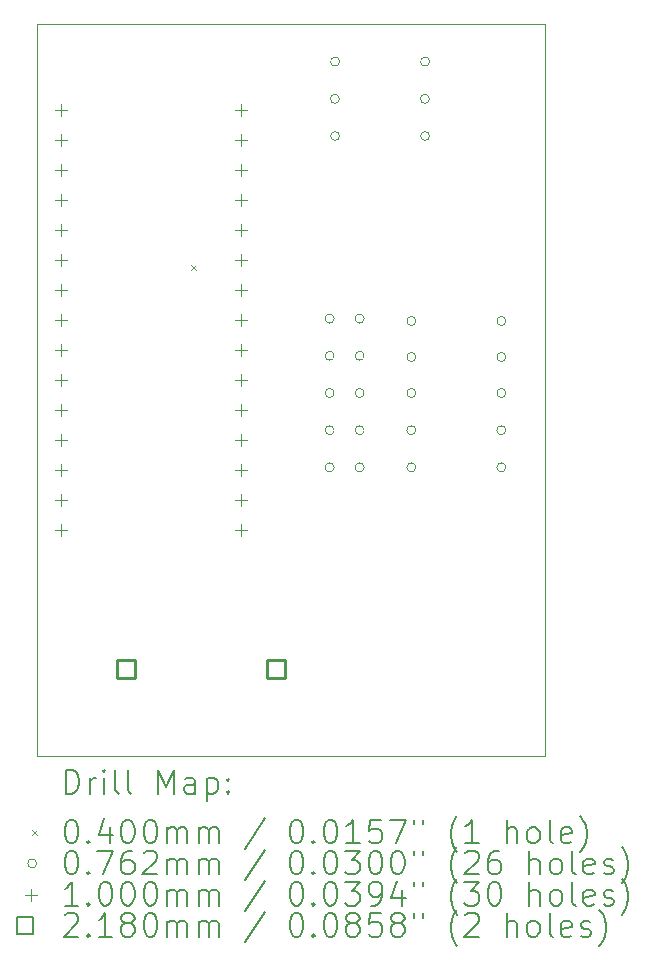
<source format=gbr>
%TF.GenerationSoftware,KiCad,Pcbnew,7.0.2-0*%
%TF.CreationDate,2024-09-16T14:38:38-04:00*%
%TF.ProjectId,ArduinoSolderChallenge,41726475-696e-46f5-936f-6c6465724368,rev?*%
%TF.SameCoordinates,Original*%
%TF.FileFunction,Drillmap*%
%TF.FilePolarity,Positive*%
%FSLAX45Y45*%
G04 Gerber Fmt 4.5, Leading zero omitted, Abs format (unit mm)*
G04 Created by KiCad (PCBNEW 7.0.2-0) date 2024-09-16 14:38:38*
%MOMM*%
%LPD*%
G01*
G04 APERTURE LIST*
%ADD10C,0.100000*%
%ADD11C,0.200000*%
%ADD12C,0.040000*%
%ADD13C,0.076200*%
%ADD14C,0.218000*%
G04 APERTURE END LIST*
D10*
X4205000Y-1910000D02*
X8505000Y-1910000D01*
X8505000Y-8110000D01*
X4205000Y-8110000D01*
X4205000Y-1910000D01*
D11*
D12*
X5510000Y-3955000D02*
X5550000Y-3995000D01*
X5550000Y-3955000D02*
X5510000Y-3995000D01*
D13*
X6718100Y-4406000D02*
G75*
G03*
X6718100Y-4406000I-38100J0D01*
G01*
X6718100Y-4721000D02*
G75*
G03*
X6718100Y-4721000I-38100J0D01*
G01*
X6718100Y-5036000D02*
G75*
G03*
X6718100Y-5036000I-38100J0D01*
G01*
X6718100Y-5351000D02*
G75*
G03*
X6718100Y-5351000I-38100J0D01*
G01*
X6718100Y-5666000D02*
G75*
G03*
X6718100Y-5666000I-38100J0D01*
G01*
X6762100Y-2545000D02*
G75*
G03*
X6762100Y-2545000I-38100J0D01*
G01*
X6764100Y-2230000D02*
G75*
G03*
X6764100Y-2230000I-38100J0D01*
G01*
X6764100Y-2860000D02*
G75*
G03*
X6764100Y-2860000I-38100J0D01*
G01*
X6972100Y-4406000D02*
G75*
G03*
X6972100Y-4406000I-38100J0D01*
G01*
X6972100Y-4721000D02*
G75*
G03*
X6972100Y-4721000I-38100J0D01*
G01*
X6972100Y-5036000D02*
G75*
G03*
X6972100Y-5036000I-38100J0D01*
G01*
X6972100Y-5351000D02*
G75*
G03*
X6972100Y-5351000I-38100J0D01*
G01*
X6972100Y-5666000D02*
G75*
G03*
X6972100Y-5666000I-38100J0D01*
G01*
X7410100Y-4426000D02*
G75*
G03*
X7410100Y-4426000I-38100J0D01*
G01*
X7410100Y-4731000D02*
G75*
G03*
X7410100Y-4731000I-38100J0D01*
G01*
X7410100Y-5036000D02*
G75*
G03*
X7410100Y-5036000I-38100J0D01*
G01*
X7410100Y-5351000D02*
G75*
G03*
X7410100Y-5351000I-38100J0D01*
G01*
X7410100Y-5666000D02*
G75*
G03*
X7410100Y-5666000I-38100J0D01*
G01*
X7524100Y-2545000D02*
G75*
G03*
X7524100Y-2545000I-38100J0D01*
G01*
X7526100Y-2230000D02*
G75*
G03*
X7526100Y-2230000I-38100J0D01*
G01*
X7526100Y-2860000D02*
G75*
G03*
X7526100Y-2860000I-38100J0D01*
G01*
X8172100Y-4426000D02*
G75*
G03*
X8172100Y-4426000I-38100J0D01*
G01*
X8172100Y-4731000D02*
G75*
G03*
X8172100Y-4731000I-38100J0D01*
G01*
X8172100Y-5036000D02*
G75*
G03*
X8172100Y-5036000I-38100J0D01*
G01*
X8172100Y-5351000D02*
G75*
G03*
X8172100Y-5351000I-38100J0D01*
G01*
X8172100Y-5666000D02*
G75*
G03*
X8172100Y-5666000I-38100J0D01*
G01*
D10*
X4406000Y-2593000D02*
X4406000Y-2693000D01*
X4356000Y-2643000D02*
X4456000Y-2643000D01*
X4406000Y-2847000D02*
X4406000Y-2947000D01*
X4356000Y-2897000D02*
X4456000Y-2897000D01*
X4406000Y-3101000D02*
X4406000Y-3201000D01*
X4356000Y-3151000D02*
X4456000Y-3151000D01*
X4406000Y-3355000D02*
X4406000Y-3455000D01*
X4356000Y-3405000D02*
X4456000Y-3405000D01*
X4406000Y-3609000D02*
X4406000Y-3709000D01*
X4356000Y-3659000D02*
X4456000Y-3659000D01*
X4406000Y-3863000D02*
X4406000Y-3963000D01*
X4356000Y-3913000D02*
X4456000Y-3913000D01*
X4406000Y-4117000D02*
X4406000Y-4217000D01*
X4356000Y-4167000D02*
X4456000Y-4167000D01*
X4406000Y-4371000D02*
X4406000Y-4471000D01*
X4356000Y-4421000D02*
X4456000Y-4421000D01*
X4406000Y-4625000D02*
X4406000Y-4725000D01*
X4356000Y-4675000D02*
X4456000Y-4675000D01*
X4406000Y-4879000D02*
X4406000Y-4979000D01*
X4356000Y-4929000D02*
X4456000Y-4929000D01*
X4406000Y-5133000D02*
X4406000Y-5233000D01*
X4356000Y-5183000D02*
X4456000Y-5183000D01*
X4406000Y-5387000D02*
X4406000Y-5487000D01*
X4356000Y-5437000D02*
X4456000Y-5437000D01*
X4406000Y-5641000D02*
X4406000Y-5741000D01*
X4356000Y-5691000D02*
X4456000Y-5691000D01*
X4406000Y-5895000D02*
X4406000Y-5995000D01*
X4356000Y-5945000D02*
X4456000Y-5945000D01*
X4406000Y-6149000D02*
X4406000Y-6249000D01*
X4356000Y-6199000D02*
X4456000Y-6199000D01*
X5930000Y-2593000D02*
X5930000Y-2693000D01*
X5880000Y-2643000D02*
X5980000Y-2643000D01*
X5930000Y-2847000D02*
X5930000Y-2947000D01*
X5880000Y-2897000D02*
X5980000Y-2897000D01*
X5930000Y-3101000D02*
X5930000Y-3201000D01*
X5880000Y-3151000D02*
X5980000Y-3151000D01*
X5930000Y-3355000D02*
X5930000Y-3455000D01*
X5880000Y-3405000D02*
X5980000Y-3405000D01*
X5930000Y-3609000D02*
X5930000Y-3709000D01*
X5880000Y-3659000D02*
X5980000Y-3659000D01*
X5930000Y-3863000D02*
X5930000Y-3963000D01*
X5880000Y-3913000D02*
X5980000Y-3913000D01*
X5930000Y-4117000D02*
X5930000Y-4217000D01*
X5880000Y-4167000D02*
X5980000Y-4167000D01*
X5930000Y-4371000D02*
X5930000Y-4471000D01*
X5880000Y-4421000D02*
X5980000Y-4421000D01*
X5930000Y-4625000D02*
X5930000Y-4725000D01*
X5880000Y-4675000D02*
X5980000Y-4675000D01*
X5930000Y-4879000D02*
X5930000Y-4979000D01*
X5880000Y-4929000D02*
X5980000Y-4929000D01*
X5930000Y-5133000D02*
X5930000Y-5233000D01*
X5880000Y-5183000D02*
X5980000Y-5183000D01*
X5930000Y-5387000D02*
X5930000Y-5487000D01*
X5880000Y-5437000D02*
X5980000Y-5437000D01*
X5930000Y-5641000D02*
X5930000Y-5741000D01*
X5880000Y-5691000D02*
X5980000Y-5691000D01*
X5930000Y-5895000D02*
X5930000Y-5995000D01*
X5880000Y-5945000D02*
X5980000Y-5945000D01*
X5930000Y-6149000D02*
X5930000Y-6249000D01*
X5880000Y-6199000D02*
X5980000Y-6199000D01*
D14*
X5032075Y-7452075D02*
X5032075Y-7297925D01*
X4877925Y-7297925D01*
X4877925Y-7452075D01*
X5032075Y-7452075D01*
X6302075Y-7452075D02*
X6302075Y-7297925D01*
X6147925Y-7297925D01*
X6147925Y-7452075D01*
X6302075Y-7452075D01*
D11*
X4447619Y-8427524D02*
X4447619Y-8227524D01*
X4447619Y-8227524D02*
X4495238Y-8227524D01*
X4495238Y-8227524D02*
X4523810Y-8237048D01*
X4523810Y-8237048D02*
X4542857Y-8256095D01*
X4542857Y-8256095D02*
X4552381Y-8275143D01*
X4552381Y-8275143D02*
X4561905Y-8313238D01*
X4561905Y-8313238D02*
X4561905Y-8341809D01*
X4561905Y-8341809D02*
X4552381Y-8379905D01*
X4552381Y-8379905D02*
X4542857Y-8398952D01*
X4542857Y-8398952D02*
X4523810Y-8418000D01*
X4523810Y-8418000D02*
X4495238Y-8427524D01*
X4495238Y-8427524D02*
X4447619Y-8427524D01*
X4647619Y-8427524D02*
X4647619Y-8294190D01*
X4647619Y-8332286D02*
X4657143Y-8313238D01*
X4657143Y-8313238D02*
X4666667Y-8303714D01*
X4666667Y-8303714D02*
X4685714Y-8294190D01*
X4685714Y-8294190D02*
X4704762Y-8294190D01*
X4771429Y-8427524D02*
X4771429Y-8294190D01*
X4771429Y-8227524D02*
X4761905Y-8237048D01*
X4761905Y-8237048D02*
X4771429Y-8246571D01*
X4771429Y-8246571D02*
X4780952Y-8237048D01*
X4780952Y-8237048D02*
X4771429Y-8227524D01*
X4771429Y-8227524D02*
X4771429Y-8246571D01*
X4895238Y-8427524D02*
X4876190Y-8418000D01*
X4876190Y-8418000D02*
X4866667Y-8398952D01*
X4866667Y-8398952D02*
X4866667Y-8227524D01*
X5000000Y-8427524D02*
X4980952Y-8418000D01*
X4980952Y-8418000D02*
X4971429Y-8398952D01*
X4971429Y-8398952D02*
X4971429Y-8227524D01*
X5228571Y-8427524D02*
X5228571Y-8227524D01*
X5228571Y-8227524D02*
X5295238Y-8370381D01*
X5295238Y-8370381D02*
X5361905Y-8227524D01*
X5361905Y-8227524D02*
X5361905Y-8427524D01*
X5542857Y-8427524D02*
X5542857Y-8322762D01*
X5542857Y-8322762D02*
X5533333Y-8303714D01*
X5533333Y-8303714D02*
X5514286Y-8294190D01*
X5514286Y-8294190D02*
X5476190Y-8294190D01*
X5476190Y-8294190D02*
X5457143Y-8303714D01*
X5542857Y-8418000D02*
X5523810Y-8427524D01*
X5523810Y-8427524D02*
X5476190Y-8427524D01*
X5476190Y-8427524D02*
X5457143Y-8418000D01*
X5457143Y-8418000D02*
X5447619Y-8398952D01*
X5447619Y-8398952D02*
X5447619Y-8379905D01*
X5447619Y-8379905D02*
X5457143Y-8360857D01*
X5457143Y-8360857D02*
X5476190Y-8351333D01*
X5476190Y-8351333D02*
X5523810Y-8351333D01*
X5523810Y-8351333D02*
X5542857Y-8341809D01*
X5638095Y-8294190D02*
X5638095Y-8494190D01*
X5638095Y-8303714D02*
X5657143Y-8294190D01*
X5657143Y-8294190D02*
X5695238Y-8294190D01*
X5695238Y-8294190D02*
X5714286Y-8303714D01*
X5714286Y-8303714D02*
X5723809Y-8313238D01*
X5723809Y-8313238D02*
X5733333Y-8332286D01*
X5733333Y-8332286D02*
X5733333Y-8389429D01*
X5733333Y-8389429D02*
X5723809Y-8408476D01*
X5723809Y-8408476D02*
X5714286Y-8418000D01*
X5714286Y-8418000D02*
X5695238Y-8427524D01*
X5695238Y-8427524D02*
X5657143Y-8427524D01*
X5657143Y-8427524D02*
X5638095Y-8418000D01*
X5819048Y-8408476D02*
X5828571Y-8418000D01*
X5828571Y-8418000D02*
X5819048Y-8427524D01*
X5819048Y-8427524D02*
X5809524Y-8418000D01*
X5809524Y-8418000D02*
X5819048Y-8408476D01*
X5819048Y-8408476D02*
X5819048Y-8427524D01*
X5819048Y-8303714D02*
X5828571Y-8313238D01*
X5828571Y-8313238D02*
X5819048Y-8322762D01*
X5819048Y-8322762D02*
X5809524Y-8313238D01*
X5809524Y-8313238D02*
X5819048Y-8303714D01*
X5819048Y-8303714D02*
X5819048Y-8322762D01*
D12*
X4160000Y-8735000D02*
X4200000Y-8775000D01*
X4200000Y-8735000D02*
X4160000Y-8775000D01*
D11*
X4485714Y-8647524D02*
X4504762Y-8647524D01*
X4504762Y-8647524D02*
X4523810Y-8657048D01*
X4523810Y-8657048D02*
X4533333Y-8666571D01*
X4533333Y-8666571D02*
X4542857Y-8685619D01*
X4542857Y-8685619D02*
X4552381Y-8723714D01*
X4552381Y-8723714D02*
X4552381Y-8771333D01*
X4552381Y-8771333D02*
X4542857Y-8809429D01*
X4542857Y-8809429D02*
X4533333Y-8828476D01*
X4533333Y-8828476D02*
X4523810Y-8838000D01*
X4523810Y-8838000D02*
X4504762Y-8847524D01*
X4504762Y-8847524D02*
X4485714Y-8847524D01*
X4485714Y-8847524D02*
X4466667Y-8838000D01*
X4466667Y-8838000D02*
X4457143Y-8828476D01*
X4457143Y-8828476D02*
X4447619Y-8809429D01*
X4447619Y-8809429D02*
X4438095Y-8771333D01*
X4438095Y-8771333D02*
X4438095Y-8723714D01*
X4438095Y-8723714D02*
X4447619Y-8685619D01*
X4447619Y-8685619D02*
X4457143Y-8666571D01*
X4457143Y-8666571D02*
X4466667Y-8657048D01*
X4466667Y-8657048D02*
X4485714Y-8647524D01*
X4638095Y-8828476D02*
X4647619Y-8838000D01*
X4647619Y-8838000D02*
X4638095Y-8847524D01*
X4638095Y-8847524D02*
X4628571Y-8838000D01*
X4628571Y-8838000D02*
X4638095Y-8828476D01*
X4638095Y-8828476D02*
X4638095Y-8847524D01*
X4819048Y-8714190D02*
X4819048Y-8847524D01*
X4771429Y-8638000D02*
X4723810Y-8780857D01*
X4723810Y-8780857D02*
X4847619Y-8780857D01*
X4961905Y-8647524D02*
X4980952Y-8647524D01*
X4980952Y-8647524D02*
X5000000Y-8657048D01*
X5000000Y-8657048D02*
X5009524Y-8666571D01*
X5009524Y-8666571D02*
X5019048Y-8685619D01*
X5019048Y-8685619D02*
X5028571Y-8723714D01*
X5028571Y-8723714D02*
X5028571Y-8771333D01*
X5028571Y-8771333D02*
X5019048Y-8809429D01*
X5019048Y-8809429D02*
X5009524Y-8828476D01*
X5009524Y-8828476D02*
X5000000Y-8838000D01*
X5000000Y-8838000D02*
X4980952Y-8847524D01*
X4980952Y-8847524D02*
X4961905Y-8847524D01*
X4961905Y-8847524D02*
X4942857Y-8838000D01*
X4942857Y-8838000D02*
X4933333Y-8828476D01*
X4933333Y-8828476D02*
X4923810Y-8809429D01*
X4923810Y-8809429D02*
X4914286Y-8771333D01*
X4914286Y-8771333D02*
X4914286Y-8723714D01*
X4914286Y-8723714D02*
X4923810Y-8685619D01*
X4923810Y-8685619D02*
X4933333Y-8666571D01*
X4933333Y-8666571D02*
X4942857Y-8657048D01*
X4942857Y-8657048D02*
X4961905Y-8647524D01*
X5152381Y-8647524D02*
X5171429Y-8647524D01*
X5171429Y-8647524D02*
X5190476Y-8657048D01*
X5190476Y-8657048D02*
X5200000Y-8666571D01*
X5200000Y-8666571D02*
X5209524Y-8685619D01*
X5209524Y-8685619D02*
X5219048Y-8723714D01*
X5219048Y-8723714D02*
X5219048Y-8771333D01*
X5219048Y-8771333D02*
X5209524Y-8809429D01*
X5209524Y-8809429D02*
X5200000Y-8828476D01*
X5200000Y-8828476D02*
X5190476Y-8838000D01*
X5190476Y-8838000D02*
X5171429Y-8847524D01*
X5171429Y-8847524D02*
X5152381Y-8847524D01*
X5152381Y-8847524D02*
X5133333Y-8838000D01*
X5133333Y-8838000D02*
X5123810Y-8828476D01*
X5123810Y-8828476D02*
X5114286Y-8809429D01*
X5114286Y-8809429D02*
X5104762Y-8771333D01*
X5104762Y-8771333D02*
X5104762Y-8723714D01*
X5104762Y-8723714D02*
X5114286Y-8685619D01*
X5114286Y-8685619D02*
X5123810Y-8666571D01*
X5123810Y-8666571D02*
X5133333Y-8657048D01*
X5133333Y-8657048D02*
X5152381Y-8647524D01*
X5304762Y-8847524D02*
X5304762Y-8714190D01*
X5304762Y-8733238D02*
X5314286Y-8723714D01*
X5314286Y-8723714D02*
X5333333Y-8714190D01*
X5333333Y-8714190D02*
X5361905Y-8714190D01*
X5361905Y-8714190D02*
X5380952Y-8723714D01*
X5380952Y-8723714D02*
X5390476Y-8742762D01*
X5390476Y-8742762D02*
X5390476Y-8847524D01*
X5390476Y-8742762D02*
X5400000Y-8723714D01*
X5400000Y-8723714D02*
X5419048Y-8714190D01*
X5419048Y-8714190D02*
X5447619Y-8714190D01*
X5447619Y-8714190D02*
X5466667Y-8723714D01*
X5466667Y-8723714D02*
X5476191Y-8742762D01*
X5476191Y-8742762D02*
X5476191Y-8847524D01*
X5571429Y-8847524D02*
X5571429Y-8714190D01*
X5571429Y-8733238D02*
X5580952Y-8723714D01*
X5580952Y-8723714D02*
X5600000Y-8714190D01*
X5600000Y-8714190D02*
X5628571Y-8714190D01*
X5628571Y-8714190D02*
X5647619Y-8723714D01*
X5647619Y-8723714D02*
X5657143Y-8742762D01*
X5657143Y-8742762D02*
X5657143Y-8847524D01*
X5657143Y-8742762D02*
X5666667Y-8723714D01*
X5666667Y-8723714D02*
X5685714Y-8714190D01*
X5685714Y-8714190D02*
X5714286Y-8714190D01*
X5714286Y-8714190D02*
X5733333Y-8723714D01*
X5733333Y-8723714D02*
X5742857Y-8742762D01*
X5742857Y-8742762D02*
X5742857Y-8847524D01*
X6133333Y-8638000D02*
X5961905Y-8895143D01*
X6390476Y-8647524D02*
X6409524Y-8647524D01*
X6409524Y-8647524D02*
X6428572Y-8657048D01*
X6428572Y-8657048D02*
X6438095Y-8666571D01*
X6438095Y-8666571D02*
X6447619Y-8685619D01*
X6447619Y-8685619D02*
X6457143Y-8723714D01*
X6457143Y-8723714D02*
X6457143Y-8771333D01*
X6457143Y-8771333D02*
X6447619Y-8809429D01*
X6447619Y-8809429D02*
X6438095Y-8828476D01*
X6438095Y-8828476D02*
X6428572Y-8838000D01*
X6428572Y-8838000D02*
X6409524Y-8847524D01*
X6409524Y-8847524D02*
X6390476Y-8847524D01*
X6390476Y-8847524D02*
X6371429Y-8838000D01*
X6371429Y-8838000D02*
X6361905Y-8828476D01*
X6361905Y-8828476D02*
X6352381Y-8809429D01*
X6352381Y-8809429D02*
X6342857Y-8771333D01*
X6342857Y-8771333D02*
X6342857Y-8723714D01*
X6342857Y-8723714D02*
X6352381Y-8685619D01*
X6352381Y-8685619D02*
X6361905Y-8666571D01*
X6361905Y-8666571D02*
X6371429Y-8657048D01*
X6371429Y-8657048D02*
X6390476Y-8647524D01*
X6542857Y-8828476D02*
X6552381Y-8838000D01*
X6552381Y-8838000D02*
X6542857Y-8847524D01*
X6542857Y-8847524D02*
X6533333Y-8838000D01*
X6533333Y-8838000D02*
X6542857Y-8828476D01*
X6542857Y-8828476D02*
X6542857Y-8847524D01*
X6676191Y-8647524D02*
X6695238Y-8647524D01*
X6695238Y-8647524D02*
X6714286Y-8657048D01*
X6714286Y-8657048D02*
X6723810Y-8666571D01*
X6723810Y-8666571D02*
X6733333Y-8685619D01*
X6733333Y-8685619D02*
X6742857Y-8723714D01*
X6742857Y-8723714D02*
X6742857Y-8771333D01*
X6742857Y-8771333D02*
X6733333Y-8809429D01*
X6733333Y-8809429D02*
X6723810Y-8828476D01*
X6723810Y-8828476D02*
X6714286Y-8838000D01*
X6714286Y-8838000D02*
X6695238Y-8847524D01*
X6695238Y-8847524D02*
X6676191Y-8847524D01*
X6676191Y-8847524D02*
X6657143Y-8838000D01*
X6657143Y-8838000D02*
X6647619Y-8828476D01*
X6647619Y-8828476D02*
X6638095Y-8809429D01*
X6638095Y-8809429D02*
X6628572Y-8771333D01*
X6628572Y-8771333D02*
X6628572Y-8723714D01*
X6628572Y-8723714D02*
X6638095Y-8685619D01*
X6638095Y-8685619D02*
X6647619Y-8666571D01*
X6647619Y-8666571D02*
X6657143Y-8657048D01*
X6657143Y-8657048D02*
X6676191Y-8647524D01*
X6933333Y-8847524D02*
X6819048Y-8847524D01*
X6876191Y-8847524D02*
X6876191Y-8647524D01*
X6876191Y-8647524D02*
X6857143Y-8676095D01*
X6857143Y-8676095D02*
X6838095Y-8695143D01*
X6838095Y-8695143D02*
X6819048Y-8704667D01*
X7114286Y-8647524D02*
X7019048Y-8647524D01*
X7019048Y-8647524D02*
X7009524Y-8742762D01*
X7009524Y-8742762D02*
X7019048Y-8733238D01*
X7019048Y-8733238D02*
X7038095Y-8723714D01*
X7038095Y-8723714D02*
X7085714Y-8723714D01*
X7085714Y-8723714D02*
X7104762Y-8733238D01*
X7104762Y-8733238D02*
X7114286Y-8742762D01*
X7114286Y-8742762D02*
X7123810Y-8761810D01*
X7123810Y-8761810D02*
X7123810Y-8809429D01*
X7123810Y-8809429D02*
X7114286Y-8828476D01*
X7114286Y-8828476D02*
X7104762Y-8838000D01*
X7104762Y-8838000D02*
X7085714Y-8847524D01*
X7085714Y-8847524D02*
X7038095Y-8847524D01*
X7038095Y-8847524D02*
X7019048Y-8838000D01*
X7019048Y-8838000D02*
X7009524Y-8828476D01*
X7190476Y-8647524D02*
X7323810Y-8647524D01*
X7323810Y-8647524D02*
X7238095Y-8847524D01*
X7390476Y-8647524D02*
X7390476Y-8685619D01*
X7466667Y-8647524D02*
X7466667Y-8685619D01*
X7761905Y-8923714D02*
X7752381Y-8914190D01*
X7752381Y-8914190D02*
X7733334Y-8885619D01*
X7733334Y-8885619D02*
X7723810Y-8866571D01*
X7723810Y-8866571D02*
X7714286Y-8838000D01*
X7714286Y-8838000D02*
X7704762Y-8790381D01*
X7704762Y-8790381D02*
X7704762Y-8752286D01*
X7704762Y-8752286D02*
X7714286Y-8704667D01*
X7714286Y-8704667D02*
X7723810Y-8676095D01*
X7723810Y-8676095D02*
X7733334Y-8657048D01*
X7733334Y-8657048D02*
X7752381Y-8628476D01*
X7752381Y-8628476D02*
X7761905Y-8618952D01*
X7942857Y-8847524D02*
X7828572Y-8847524D01*
X7885714Y-8847524D02*
X7885714Y-8647524D01*
X7885714Y-8647524D02*
X7866667Y-8676095D01*
X7866667Y-8676095D02*
X7847619Y-8695143D01*
X7847619Y-8695143D02*
X7828572Y-8704667D01*
X8180953Y-8847524D02*
X8180953Y-8647524D01*
X8266667Y-8847524D02*
X8266667Y-8742762D01*
X8266667Y-8742762D02*
X8257143Y-8723714D01*
X8257143Y-8723714D02*
X8238096Y-8714190D01*
X8238096Y-8714190D02*
X8209524Y-8714190D01*
X8209524Y-8714190D02*
X8190476Y-8723714D01*
X8190476Y-8723714D02*
X8180953Y-8733238D01*
X8390477Y-8847524D02*
X8371429Y-8838000D01*
X8371429Y-8838000D02*
X8361905Y-8828476D01*
X8361905Y-8828476D02*
X8352381Y-8809429D01*
X8352381Y-8809429D02*
X8352381Y-8752286D01*
X8352381Y-8752286D02*
X8361905Y-8733238D01*
X8361905Y-8733238D02*
X8371429Y-8723714D01*
X8371429Y-8723714D02*
X8390477Y-8714190D01*
X8390477Y-8714190D02*
X8419048Y-8714190D01*
X8419048Y-8714190D02*
X8438096Y-8723714D01*
X8438096Y-8723714D02*
X8447619Y-8733238D01*
X8447619Y-8733238D02*
X8457143Y-8752286D01*
X8457143Y-8752286D02*
X8457143Y-8809429D01*
X8457143Y-8809429D02*
X8447619Y-8828476D01*
X8447619Y-8828476D02*
X8438096Y-8838000D01*
X8438096Y-8838000D02*
X8419048Y-8847524D01*
X8419048Y-8847524D02*
X8390477Y-8847524D01*
X8571429Y-8847524D02*
X8552381Y-8838000D01*
X8552381Y-8838000D02*
X8542858Y-8818952D01*
X8542858Y-8818952D02*
X8542858Y-8647524D01*
X8723810Y-8838000D02*
X8704762Y-8847524D01*
X8704762Y-8847524D02*
X8666667Y-8847524D01*
X8666667Y-8847524D02*
X8647619Y-8838000D01*
X8647619Y-8838000D02*
X8638096Y-8818952D01*
X8638096Y-8818952D02*
X8638096Y-8742762D01*
X8638096Y-8742762D02*
X8647619Y-8723714D01*
X8647619Y-8723714D02*
X8666667Y-8714190D01*
X8666667Y-8714190D02*
X8704762Y-8714190D01*
X8704762Y-8714190D02*
X8723810Y-8723714D01*
X8723810Y-8723714D02*
X8733334Y-8742762D01*
X8733334Y-8742762D02*
X8733334Y-8761810D01*
X8733334Y-8761810D02*
X8638096Y-8780857D01*
X8800000Y-8923714D02*
X8809524Y-8914190D01*
X8809524Y-8914190D02*
X8828572Y-8885619D01*
X8828572Y-8885619D02*
X8838096Y-8866571D01*
X8838096Y-8866571D02*
X8847619Y-8838000D01*
X8847619Y-8838000D02*
X8857143Y-8790381D01*
X8857143Y-8790381D02*
X8857143Y-8752286D01*
X8857143Y-8752286D02*
X8847619Y-8704667D01*
X8847619Y-8704667D02*
X8838096Y-8676095D01*
X8838096Y-8676095D02*
X8828572Y-8657048D01*
X8828572Y-8657048D02*
X8809524Y-8628476D01*
X8809524Y-8628476D02*
X8800000Y-8618952D01*
D13*
X4200000Y-9019000D02*
G75*
G03*
X4200000Y-9019000I-38100J0D01*
G01*
D11*
X4485714Y-8911524D02*
X4504762Y-8911524D01*
X4504762Y-8911524D02*
X4523810Y-8921048D01*
X4523810Y-8921048D02*
X4533333Y-8930571D01*
X4533333Y-8930571D02*
X4542857Y-8949619D01*
X4542857Y-8949619D02*
X4552381Y-8987714D01*
X4552381Y-8987714D02*
X4552381Y-9035333D01*
X4552381Y-9035333D02*
X4542857Y-9073429D01*
X4542857Y-9073429D02*
X4533333Y-9092476D01*
X4533333Y-9092476D02*
X4523810Y-9102000D01*
X4523810Y-9102000D02*
X4504762Y-9111524D01*
X4504762Y-9111524D02*
X4485714Y-9111524D01*
X4485714Y-9111524D02*
X4466667Y-9102000D01*
X4466667Y-9102000D02*
X4457143Y-9092476D01*
X4457143Y-9092476D02*
X4447619Y-9073429D01*
X4447619Y-9073429D02*
X4438095Y-9035333D01*
X4438095Y-9035333D02*
X4438095Y-8987714D01*
X4438095Y-8987714D02*
X4447619Y-8949619D01*
X4447619Y-8949619D02*
X4457143Y-8930571D01*
X4457143Y-8930571D02*
X4466667Y-8921048D01*
X4466667Y-8921048D02*
X4485714Y-8911524D01*
X4638095Y-9092476D02*
X4647619Y-9102000D01*
X4647619Y-9102000D02*
X4638095Y-9111524D01*
X4638095Y-9111524D02*
X4628571Y-9102000D01*
X4628571Y-9102000D02*
X4638095Y-9092476D01*
X4638095Y-9092476D02*
X4638095Y-9111524D01*
X4714286Y-8911524D02*
X4847619Y-8911524D01*
X4847619Y-8911524D02*
X4761905Y-9111524D01*
X5009524Y-8911524D02*
X4971429Y-8911524D01*
X4971429Y-8911524D02*
X4952381Y-8921048D01*
X4952381Y-8921048D02*
X4942857Y-8930571D01*
X4942857Y-8930571D02*
X4923810Y-8959143D01*
X4923810Y-8959143D02*
X4914286Y-8997238D01*
X4914286Y-8997238D02*
X4914286Y-9073429D01*
X4914286Y-9073429D02*
X4923810Y-9092476D01*
X4923810Y-9092476D02*
X4933333Y-9102000D01*
X4933333Y-9102000D02*
X4952381Y-9111524D01*
X4952381Y-9111524D02*
X4990476Y-9111524D01*
X4990476Y-9111524D02*
X5009524Y-9102000D01*
X5009524Y-9102000D02*
X5019048Y-9092476D01*
X5019048Y-9092476D02*
X5028571Y-9073429D01*
X5028571Y-9073429D02*
X5028571Y-9025810D01*
X5028571Y-9025810D02*
X5019048Y-9006762D01*
X5019048Y-9006762D02*
X5009524Y-8997238D01*
X5009524Y-8997238D02*
X4990476Y-8987714D01*
X4990476Y-8987714D02*
X4952381Y-8987714D01*
X4952381Y-8987714D02*
X4933333Y-8997238D01*
X4933333Y-8997238D02*
X4923810Y-9006762D01*
X4923810Y-9006762D02*
X4914286Y-9025810D01*
X5104762Y-8930571D02*
X5114286Y-8921048D01*
X5114286Y-8921048D02*
X5133333Y-8911524D01*
X5133333Y-8911524D02*
X5180952Y-8911524D01*
X5180952Y-8911524D02*
X5200000Y-8921048D01*
X5200000Y-8921048D02*
X5209524Y-8930571D01*
X5209524Y-8930571D02*
X5219048Y-8949619D01*
X5219048Y-8949619D02*
X5219048Y-8968667D01*
X5219048Y-8968667D02*
X5209524Y-8997238D01*
X5209524Y-8997238D02*
X5095238Y-9111524D01*
X5095238Y-9111524D02*
X5219048Y-9111524D01*
X5304762Y-9111524D02*
X5304762Y-8978190D01*
X5304762Y-8997238D02*
X5314286Y-8987714D01*
X5314286Y-8987714D02*
X5333333Y-8978190D01*
X5333333Y-8978190D02*
X5361905Y-8978190D01*
X5361905Y-8978190D02*
X5380952Y-8987714D01*
X5380952Y-8987714D02*
X5390476Y-9006762D01*
X5390476Y-9006762D02*
X5390476Y-9111524D01*
X5390476Y-9006762D02*
X5400000Y-8987714D01*
X5400000Y-8987714D02*
X5419048Y-8978190D01*
X5419048Y-8978190D02*
X5447619Y-8978190D01*
X5447619Y-8978190D02*
X5466667Y-8987714D01*
X5466667Y-8987714D02*
X5476191Y-9006762D01*
X5476191Y-9006762D02*
X5476191Y-9111524D01*
X5571429Y-9111524D02*
X5571429Y-8978190D01*
X5571429Y-8997238D02*
X5580952Y-8987714D01*
X5580952Y-8987714D02*
X5600000Y-8978190D01*
X5600000Y-8978190D02*
X5628571Y-8978190D01*
X5628571Y-8978190D02*
X5647619Y-8987714D01*
X5647619Y-8987714D02*
X5657143Y-9006762D01*
X5657143Y-9006762D02*
X5657143Y-9111524D01*
X5657143Y-9006762D02*
X5666667Y-8987714D01*
X5666667Y-8987714D02*
X5685714Y-8978190D01*
X5685714Y-8978190D02*
X5714286Y-8978190D01*
X5714286Y-8978190D02*
X5733333Y-8987714D01*
X5733333Y-8987714D02*
X5742857Y-9006762D01*
X5742857Y-9006762D02*
X5742857Y-9111524D01*
X6133333Y-8902000D02*
X5961905Y-9159143D01*
X6390476Y-8911524D02*
X6409524Y-8911524D01*
X6409524Y-8911524D02*
X6428572Y-8921048D01*
X6428572Y-8921048D02*
X6438095Y-8930571D01*
X6438095Y-8930571D02*
X6447619Y-8949619D01*
X6447619Y-8949619D02*
X6457143Y-8987714D01*
X6457143Y-8987714D02*
X6457143Y-9035333D01*
X6457143Y-9035333D02*
X6447619Y-9073429D01*
X6447619Y-9073429D02*
X6438095Y-9092476D01*
X6438095Y-9092476D02*
X6428572Y-9102000D01*
X6428572Y-9102000D02*
X6409524Y-9111524D01*
X6409524Y-9111524D02*
X6390476Y-9111524D01*
X6390476Y-9111524D02*
X6371429Y-9102000D01*
X6371429Y-9102000D02*
X6361905Y-9092476D01*
X6361905Y-9092476D02*
X6352381Y-9073429D01*
X6352381Y-9073429D02*
X6342857Y-9035333D01*
X6342857Y-9035333D02*
X6342857Y-8987714D01*
X6342857Y-8987714D02*
X6352381Y-8949619D01*
X6352381Y-8949619D02*
X6361905Y-8930571D01*
X6361905Y-8930571D02*
X6371429Y-8921048D01*
X6371429Y-8921048D02*
X6390476Y-8911524D01*
X6542857Y-9092476D02*
X6552381Y-9102000D01*
X6552381Y-9102000D02*
X6542857Y-9111524D01*
X6542857Y-9111524D02*
X6533333Y-9102000D01*
X6533333Y-9102000D02*
X6542857Y-9092476D01*
X6542857Y-9092476D02*
X6542857Y-9111524D01*
X6676191Y-8911524D02*
X6695238Y-8911524D01*
X6695238Y-8911524D02*
X6714286Y-8921048D01*
X6714286Y-8921048D02*
X6723810Y-8930571D01*
X6723810Y-8930571D02*
X6733333Y-8949619D01*
X6733333Y-8949619D02*
X6742857Y-8987714D01*
X6742857Y-8987714D02*
X6742857Y-9035333D01*
X6742857Y-9035333D02*
X6733333Y-9073429D01*
X6733333Y-9073429D02*
X6723810Y-9092476D01*
X6723810Y-9092476D02*
X6714286Y-9102000D01*
X6714286Y-9102000D02*
X6695238Y-9111524D01*
X6695238Y-9111524D02*
X6676191Y-9111524D01*
X6676191Y-9111524D02*
X6657143Y-9102000D01*
X6657143Y-9102000D02*
X6647619Y-9092476D01*
X6647619Y-9092476D02*
X6638095Y-9073429D01*
X6638095Y-9073429D02*
X6628572Y-9035333D01*
X6628572Y-9035333D02*
X6628572Y-8987714D01*
X6628572Y-8987714D02*
X6638095Y-8949619D01*
X6638095Y-8949619D02*
X6647619Y-8930571D01*
X6647619Y-8930571D02*
X6657143Y-8921048D01*
X6657143Y-8921048D02*
X6676191Y-8911524D01*
X6809524Y-8911524D02*
X6933333Y-8911524D01*
X6933333Y-8911524D02*
X6866667Y-8987714D01*
X6866667Y-8987714D02*
X6895238Y-8987714D01*
X6895238Y-8987714D02*
X6914286Y-8997238D01*
X6914286Y-8997238D02*
X6923810Y-9006762D01*
X6923810Y-9006762D02*
X6933333Y-9025810D01*
X6933333Y-9025810D02*
X6933333Y-9073429D01*
X6933333Y-9073429D02*
X6923810Y-9092476D01*
X6923810Y-9092476D02*
X6914286Y-9102000D01*
X6914286Y-9102000D02*
X6895238Y-9111524D01*
X6895238Y-9111524D02*
X6838095Y-9111524D01*
X6838095Y-9111524D02*
X6819048Y-9102000D01*
X6819048Y-9102000D02*
X6809524Y-9092476D01*
X7057143Y-8911524D02*
X7076191Y-8911524D01*
X7076191Y-8911524D02*
X7095238Y-8921048D01*
X7095238Y-8921048D02*
X7104762Y-8930571D01*
X7104762Y-8930571D02*
X7114286Y-8949619D01*
X7114286Y-8949619D02*
X7123810Y-8987714D01*
X7123810Y-8987714D02*
X7123810Y-9035333D01*
X7123810Y-9035333D02*
X7114286Y-9073429D01*
X7114286Y-9073429D02*
X7104762Y-9092476D01*
X7104762Y-9092476D02*
X7095238Y-9102000D01*
X7095238Y-9102000D02*
X7076191Y-9111524D01*
X7076191Y-9111524D02*
X7057143Y-9111524D01*
X7057143Y-9111524D02*
X7038095Y-9102000D01*
X7038095Y-9102000D02*
X7028572Y-9092476D01*
X7028572Y-9092476D02*
X7019048Y-9073429D01*
X7019048Y-9073429D02*
X7009524Y-9035333D01*
X7009524Y-9035333D02*
X7009524Y-8987714D01*
X7009524Y-8987714D02*
X7019048Y-8949619D01*
X7019048Y-8949619D02*
X7028572Y-8930571D01*
X7028572Y-8930571D02*
X7038095Y-8921048D01*
X7038095Y-8921048D02*
X7057143Y-8911524D01*
X7247619Y-8911524D02*
X7266667Y-8911524D01*
X7266667Y-8911524D02*
X7285714Y-8921048D01*
X7285714Y-8921048D02*
X7295238Y-8930571D01*
X7295238Y-8930571D02*
X7304762Y-8949619D01*
X7304762Y-8949619D02*
X7314286Y-8987714D01*
X7314286Y-8987714D02*
X7314286Y-9035333D01*
X7314286Y-9035333D02*
X7304762Y-9073429D01*
X7304762Y-9073429D02*
X7295238Y-9092476D01*
X7295238Y-9092476D02*
X7285714Y-9102000D01*
X7285714Y-9102000D02*
X7266667Y-9111524D01*
X7266667Y-9111524D02*
X7247619Y-9111524D01*
X7247619Y-9111524D02*
X7228572Y-9102000D01*
X7228572Y-9102000D02*
X7219048Y-9092476D01*
X7219048Y-9092476D02*
X7209524Y-9073429D01*
X7209524Y-9073429D02*
X7200000Y-9035333D01*
X7200000Y-9035333D02*
X7200000Y-8987714D01*
X7200000Y-8987714D02*
X7209524Y-8949619D01*
X7209524Y-8949619D02*
X7219048Y-8930571D01*
X7219048Y-8930571D02*
X7228572Y-8921048D01*
X7228572Y-8921048D02*
X7247619Y-8911524D01*
X7390476Y-8911524D02*
X7390476Y-8949619D01*
X7466667Y-8911524D02*
X7466667Y-8949619D01*
X7761905Y-9187714D02*
X7752381Y-9178190D01*
X7752381Y-9178190D02*
X7733334Y-9149619D01*
X7733334Y-9149619D02*
X7723810Y-9130571D01*
X7723810Y-9130571D02*
X7714286Y-9102000D01*
X7714286Y-9102000D02*
X7704762Y-9054381D01*
X7704762Y-9054381D02*
X7704762Y-9016286D01*
X7704762Y-9016286D02*
X7714286Y-8968667D01*
X7714286Y-8968667D02*
X7723810Y-8940095D01*
X7723810Y-8940095D02*
X7733334Y-8921048D01*
X7733334Y-8921048D02*
X7752381Y-8892476D01*
X7752381Y-8892476D02*
X7761905Y-8882952D01*
X7828572Y-8930571D02*
X7838095Y-8921048D01*
X7838095Y-8921048D02*
X7857143Y-8911524D01*
X7857143Y-8911524D02*
X7904762Y-8911524D01*
X7904762Y-8911524D02*
X7923810Y-8921048D01*
X7923810Y-8921048D02*
X7933334Y-8930571D01*
X7933334Y-8930571D02*
X7942857Y-8949619D01*
X7942857Y-8949619D02*
X7942857Y-8968667D01*
X7942857Y-8968667D02*
X7933334Y-8997238D01*
X7933334Y-8997238D02*
X7819048Y-9111524D01*
X7819048Y-9111524D02*
X7942857Y-9111524D01*
X8114286Y-8911524D02*
X8076191Y-8911524D01*
X8076191Y-8911524D02*
X8057143Y-8921048D01*
X8057143Y-8921048D02*
X8047619Y-8930571D01*
X8047619Y-8930571D02*
X8028572Y-8959143D01*
X8028572Y-8959143D02*
X8019048Y-8997238D01*
X8019048Y-8997238D02*
X8019048Y-9073429D01*
X8019048Y-9073429D02*
X8028572Y-9092476D01*
X8028572Y-9092476D02*
X8038095Y-9102000D01*
X8038095Y-9102000D02*
X8057143Y-9111524D01*
X8057143Y-9111524D02*
X8095238Y-9111524D01*
X8095238Y-9111524D02*
X8114286Y-9102000D01*
X8114286Y-9102000D02*
X8123810Y-9092476D01*
X8123810Y-9092476D02*
X8133334Y-9073429D01*
X8133334Y-9073429D02*
X8133334Y-9025810D01*
X8133334Y-9025810D02*
X8123810Y-9006762D01*
X8123810Y-9006762D02*
X8114286Y-8997238D01*
X8114286Y-8997238D02*
X8095238Y-8987714D01*
X8095238Y-8987714D02*
X8057143Y-8987714D01*
X8057143Y-8987714D02*
X8038095Y-8997238D01*
X8038095Y-8997238D02*
X8028572Y-9006762D01*
X8028572Y-9006762D02*
X8019048Y-9025810D01*
X8371429Y-9111524D02*
X8371429Y-8911524D01*
X8457143Y-9111524D02*
X8457143Y-9006762D01*
X8457143Y-9006762D02*
X8447619Y-8987714D01*
X8447619Y-8987714D02*
X8428572Y-8978190D01*
X8428572Y-8978190D02*
X8400000Y-8978190D01*
X8400000Y-8978190D02*
X8380953Y-8987714D01*
X8380953Y-8987714D02*
X8371429Y-8997238D01*
X8580953Y-9111524D02*
X8561905Y-9102000D01*
X8561905Y-9102000D02*
X8552381Y-9092476D01*
X8552381Y-9092476D02*
X8542858Y-9073429D01*
X8542858Y-9073429D02*
X8542858Y-9016286D01*
X8542858Y-9016286D02*
X8552381Y-8997238D01*
X8552381Y-8997238D02*
X8561905Y-8987714D01*
X8561905Y-8987714D02*
X8580953Y-8978190D01*
X8580953Y-8978190D02*
X8609524Y-8978190D01*
X8609524Y-8978190D02*
X8628572Y-8987714D01*
X8628572Y-8987714D02*
X8638096Y-8997238D01*
X8638096Y-8997238D02*
X8647619Y-9016286D01*
X8647619Y-9016286D02*
X8647619Y-9073429D01*
X8647619Y-9073429D02*
X8638096Y-9092476D01*
X8638096Y-9092476D02*
X8628572Y-9102000D01*
X8628572Y-9102000D02*
X8609524Y-9111524D01*
X8609524Y-9111524D02*
X8580953Y-9111524D01*
X8761905Y-9111524D02*
X8742858Y-9102000D01*
X8742858Y-9102000D02*
X8733334Y-9082952D01*
X8733334Y-9082952D02*
X8733334Y-8911524D01*
X8914286Y-9102000D02*
X8895239Y-9111524D01*
X8895239Y-9111524D02*
X8857143Y-9111524D01*
X8857143Y-9111524D02*
X8838096Y-9102000D01*
X8838096Y-9102000D02*
X8828572Y-9082952D01*
X8828572Y-9082952D02*
X8828572Y-9006762D01*
X8828572Y-9006762D02*
X8838096Y-8987714D01*
X8838096Y-8987714D02*
X8857143Y-8978190D01*
X8857143Y-8978190D02*
X8895239Y-8978190D01*
X8895239Y-8978190D02*
X8914286Y-8987714D01*
X8914286Y-8987714D02*
X8923810Y-9006762D01*
X8923810Y-9006762D02*
X8923810Y-9025810D01*
X8923810Y-9025810D02*
X8828572Y-9044857D01*
X9000000Y-9102000D02*
X9019048Y-9111524D01*
X9019048Y-9111524D02*
X9057143Y-9111524D01*
X9057143Y-9111524D02*
X9076191Y-9102000D01*
X9076191Y-9102000D02*
X9085715Y-9082952D01*
X9085715Y-9082952D02*
X9085715Y-9073429D01*
X9085715Y-9073429D02*
X9076191Y-9054381D01*
X9076191Y-9054381D02*
X9057143Y-9044857D01*
X9057143Y-9044857D02*
X9028572Y-9044857D01*
X9028572Y-9044857D02*
X9009524Y-9035333D01*
X9009524Y-9035333D02*
X9000000Y-9016286D01*
X9000000Y-9016286D02*
X9000000Y-9006762D01*
X9000000Y-9006762D02*
X9009524Y-8987714D01*
X9009524Y-8987714D02*
X9028572Y-8978190D01*
X9028572Y-8978190D02*
X9057143Y-8978190D01*
X9057143Y-8978190D02*
X9076191Y-8987714D01*
X9152381Y-9187714D02*
X9161905Y-9178190D01*
X9161905Y-9178190D02*
X9180953Y-9149619D01*
X9180953Y-9149619D02*
X9190477Y-9130571D01*
X9190477Y-9130571D02*
X9200000Y-9102000D01*
X9200000Y-9102000D02*
X9209524Y-9054381D01*
X9209524Y-9054381D02*
X9209524Y-9016286D01*
X9209524Y-9016286D02*
X9200000Y-8968667D01*
X9200000Y-8968667D02*
X9190477Y-8940095D01*
X9190477Y-8940095D02*
X9180953Y-8921048D01*
X9180953Y-8921048D02*
X9161905Y-8892476D01*
X9161905Y-8892476D02*
X9152381Y-8882952D01*
D10*
X4150000Y-9233000D02*
X4150000Y-9333000D01*
X4100000Y-9283000D02*
X4200000Y-9283000D01*
D11*
X4552381Y-9375524D02*
X4438095Y-9375524D01*
X4495238Y-9375524D02*
X4495238Y-9175524D01*
X4495238Y-9175524D02*
X4476190Y-9204095D01*
X4476190Y-9204095D02*
X4457143Y-9223143D01*
X4457143Y-9223143D02*
X4438095Y-9232667D01*
X4638095Y-9356476D02*
X4647619Y-9366000D01*
X4647619Y-9366000D02*
X4638095Y-9375524D01*
X4638095Y-9375524D02*
X4628571Y-9366000D01*
X4628571Y-9366000D02*
X4638095Y-9356476D01*
X4638095Y-9356476D02*
X4638095Y-9375524D01*
X4771429Y-9175524D02*
X4790476Y-9175524D01*
X4790476Y-9175524D02*
X4809524Y-9185048D01*
X4809524Y-9185048D02*
X4819048Y-9194571D01*
X4819048Y-9194571D02*
X4828571Y-9213619D01*
X4828571Y-9213619D02*
X4838095Y-9251714D01*
X4838095Y-9251714D02*
X4838095Y-9299333D01*
X4838095Y-9299333D02*
X4828571Y-9337429D01*
X4828571Y-9337429D02*
X4819048Y-9356476D01*
X4819048Y-9356476D02*
X4809524Y-9366000D01*
X4809524Y-9366000D02*
X4790476Y-9375524D01*
X4790476Y-9375524D02*
X4771429Y-9375524D01*
X4771429Y-9375524D02*
X4752381Y-9366000D01*
X4752381Y-9366000D02*
X4742857Y-9356476D01*
X4742857Y-9356476D02*
X4733333Y-9337429D01*
X4733333Y-9337429D02*
X4723810Y-9299333D01*
X4723810Y-9299333D02*
X4723810Y-9251714D01*
X4723810Y-9251714D02*
X4733333Y-9213619D01*
X4733333Y-9213619D02*
X4742857Y-9194571D01*
X4742857Y-9194571D02*
X4752381Y-9185048D01*
X4752381Y-9185048D02*
X4771429Y-9175524D01*
X4961905Y-9175524D02*
X4980952Y-9175524D01*
X4980952Y-9175524D02*
X5000000Y-9185048D01*
X5000000Y-9185048D02*
X5009524Y-9194571D01*
X5009524Y-9194571D02*
X5019048Y-9213619D01*
X5019048Y-9213619D02*
X5028571Y-9251714D01*
X5028571Y-9251714D02*
X5028571Y-9299333D01*
X5028571Y-9299333D02*
X5019048Y-9337429D01*
X5019048Y-9337429D02*
X5009524Y-9356476D01*
X5009524Y-9356476D02*
X5000000Y-9366000D01*
X5000000Y-9366000D02*
X4980952Y-9375524D01*
X4980952Y-9375524D02*
X4961905Y-9375524D01*
X4961905Y-9375524D02*
X4942857Y-9366000D01*
X4942857Y-9366000D02*
X4933333Y-9356476D01*
X4933333Y-9356476D02*
X4923810Y-9337429D01*
X4923810Y-9337429D02*
X4914286Y-9299333D01*
X4914286Y-9299333D02*
X4914286Y-9251714D01*
X4914286Y-9251714D02*
X4923810Y-9213619D01*
X4923810Y-9213619D02*
X4933333Y-9194571D01*
X4933333Y-9194571D02*
X4942857Y-9185048D01*
X4942857Y-9185048D02*
X4961905Y-9175524D01*
X5152381Y-9175524D02*
X5171429Y-9175524D01*
X5171429Y-9175524D02*
X5190476Y-9185048D01*
X5190476Y-9185048D02*
X5200000Y-9194571D01*
X5200000Y-9194571D02*
X5209524Y-9213619D01*
X5209524Y-9213619D02*
X5219048Y-9251714D01*
X5219048Y-9251714D02*
X5219048Y-9299333D01*
X5219048Y-9299333D02*
X5209524Y-9337429D01*
X5209524Y-9337429D02*
X5200000Y-9356476D01*
X5200000Y-9356476D02*
X5190476Y-9366000D01*
X5190476Y-9366000D02*
X5171429Y-9375524D01*
X5171429Y-9375524D02*
X5152381Y-9375524D01*
X5152381Y-9375524D02*
X5133333Y-9366000D01*
X5133333Y-9366000D02*
X5123810Y-9356476D01*
X5123810Y-9356476D02*
X5114286Y-9337429D01*
X5114286Y-9337429D02*
X5104762Y-9299333D01*
X5104762Y-9299333D02*
X5104762Y-9251714D01*
X5104762Y-9251714D02*
X5114286Y-9213619D01*
X5114286Y-9213619D02*
X5123810Y-9194571D01*
X5123810Y-9194571D02*
X5133333Y-9185048D01*
X5133333Y-9185048D02*
X5152381Y-9175524D01*
X5304762Y-9375524D02*
X5304762Y-9242190D01*
X5304762Y-9261238D02*
X5314286Y-9251714D01*
X5314286Y-9251714D02*
X5333333Y-9242190D01*
X5333333Y-9242190D02*
X5361905Y-9242190D01*
X5361905Y-9242190D02*
X5380952Y-9251714D01*
X5380952Y-9251714D02*
X5390476Y-9270762D01*
X5390476Y-9270762D02*
X5390476Y-9375524D01*
X5390476Y-9270762D02*
X5400000Y-9251714D01*
X5400000Y-9251714D02*
X5419048Y-9242190D01*
X5419048Y-9242190D02*
X5447619Y-9242190D01*
X5447619Y-9242190D02*
X5466667Y-9251714D01*
X5466667Y-9251714D02*
X5476191Y-9270762D01*
X5476191Y-9270762D02*
X5476191Y-9375524D01*
X5571429Y-9375524D02*
X5571429Y-9242190D01*
X5571429Y-9261238D02*
X5580952Y-9251714D01*
X5580952Y-9251714D02*
X5600000Y-9242190D01*
X5600000Y-9242190D02*
X5628571Y-9242190D01*
X5628571Y-9242190D02*
X5647619Y-9251714D01*
X5647619Y-9251714D02*
X5657143Y-9270762D01*
X5657143Y-9270762D02*
X5657143Y-9375524D01*
X5657143Y-9270762D02*
X5666667Y-9251714D01*
X5666667Y-9251714D02*
X5685714Y-9242190D01*
X5685714Y-9242190D02*
X5714286Y-9242190D01*
X5714286Y-9242190D02*
X5733333Y-9251714D01*
X5733333Y-9251714D02*
X5742857Y-9270762D01*
X5742857Y-9270762D02*
X5742857Y-9375524D01*
X6133333Y-9166000D02*
X5961905Y-9423143D01*
X6390476Y-9175524D02*
X6409524Y-9175524D01*
X6409524Y-9175524D02*
X6428572Y-9185048D01*
X6428572Y-9185048D02*
X6438095Y-9194571D01*
X6438095Y-9194571D02*
X6447619Y-9213619D01*
X6447619Y-9213619D02*
X6457143Y-9251714D01*
X6457143Y-9251714D02*
X6457143Y-9299333D01*
X6457143Y-9299333D02*
X6447619Y-9337429D01*
X6447619Y-9337429D02*
X6438095Y-9356476D01*
X6438095Y-9356476D02*
X6428572Y-9366000D01*
X6428572Y-9366000D02*
X6409524Y-9375524D01*
X6409524Y-9375524D02*
X6390476Y-9375524D01*
X6390476Y-9375524D02*
X6371429Y-9366000D01*
X6371429Y-9366000D02*
X6361905Y-9356476D01*
X6361905Y-9356476D02*
X6352381Y-9337429D01*
X6352381Y-9337429D02*
X6342857Y-9299333D01*
X6342857Y-9299333D02*
X6342857Y-9251714D01*
X6342857Y-9251714D02*
X6352381Y-9213619D01*
X6352381Y-9213619D02*
X6361905Y-9194571D01*
X6361905Y-9194571D02*
X6371429Y-9185048D01*
X6371429Y-9185048D02*
X6390476Y-9175524D01*
X6542857Y-9356476D02*
X6552381Y-9366000D01*
X6552381Y-9366000D02*
X6542857Y-9375524D01*
X6542857Y-9375524D02*
X6533333Y-9366000D01*
X6533333Y-9366000D02*
X6542857Y-9356476D01*
X6542857Y-9356476D02*
X6542857Y-9375524D01*
X6676191Y-9175524D02*
X6695238Y-9175524D01*
X6695238Y-9175524D02*
X6714286Y-9185048D01*
X6714286Y-9185048D02*
X6723810Y-9194571D01*
X6723810Y-9194571D02*
X6733333Y-9213619D01*
X6733333Y-9213619D02*
X6742857Y-9251714D01*
X6742857Y-9251714D02*
X6742857Y-9299333D01*
X6742857Y-9299333D02*
X6733333Y-9337429D01*
X6733333Y-9337429D02*
X6723810Y-9356476D01*
X6723810Y-9356476D02*
X6714286Y-9366000D01*
X6714286Y-9366000D02*
X6695238Y-9375524D01*
X6695238Y-9375524D02*
X6676191Y-9375524D01*
X6676191Y-9375524D02*
X6657143Y-9366000D01*
X6657143Y-9366000D02*
X6647619Y-9356476D01*
X6647619Y-9356476D02*
X6638095Y-9337429D01*
X6638095Y-9337429D02*
X6628572Y-9299333D01*
X6628572Y-9299333D02*
X6628572Y-9251714D01*
X6628572Y-9251714D02*
X6638095Y-9213619D01*
X6638095Y-9213619D02*
X6647619Y-9194571D01*
X6647619Y-9194571D02*
X6657143Y-9185048D01*
X6657143Y-9185048D02*
X6676191Y-9175524D01*
X6809524Y-9175524D02*
X6933333Y-9175524D01*
X6933333Y-9175524D02*
X6866667Y-9251714D01*
X6866667Y-9251714D02*
X6895238Y-9251714D01*
X6895238Y-9251714D02*
X6914286Y-9261238D01*
X6914286Y-9261238D02*
X6923810Y-9270762D01*
X6923810Y-9270762D02*
X6933333Y-9289810D01*
X6933333Y-9289810D02*
X6933333Y-9337429D01*
X6933333Y-9337429D02*
X6923810Y-9356476D01*
X6923810Y-9356476D02*
X6914286Y-9366000D01*
X6914286Y-9366000D02*
X6895238Y-9375524D01*
X6895238Y-9375524D02*
X6838095Y-9375524D01*
X6838095Y-9375524D02*
X6819048Y-9366000D01*
X6819048Y-9366000D02*
X6809524Y-9356476D01*
X7028572Y-9375524D02*
X7066667Y-9375524D01*
X7066667Y-9375524D02*
X7085714Y-9366000D01*
X7085714Y-9366000D02*
X7095238Y-9356476D01*
X7095238Y-9356476D02*
X7114286Y-9327905D01*
X7114286Y-9327905D02*
X7123810Y-9289810D01*
X7123810Y-9289810D02*
X7123810Y-9213619D01*
X7123810Y-9213619D02*
X7114286Y-9194571D01*
X7114286Y-9194571D02*
X7104762Y-9185048D01*
X7104762Y-9185048D02*
X7085714Y-9175524D01*
X7085714Y-9175524D02*
X7047619Y-9175524D01*
X7047619Y-9175524D02*
X7028572Y-9185048D01*
X7028572Y-9185048D02*
X7019048Y-9194571D01*
X7019048Y-9194571D02*
X7009524Y-9213619D01*
X7009524Y-9213619D02*
X7009524Y-9261238D01*
X7009524Y-9261238D02*
X7019048Y-9280286D01*
X7019048Y-9280286D02*
X7028572Y-9289810D01*
X7028572Y-9289810D02*
X7047619Y-9299333D01*
X7047619Y-9299333D02*
X7085714Y-9299333D01*
X7085714Y-9299333D02*
X7104762Y-9289810D01*
X7104762Y-9289810D02*
X7114286Y-9280286D01*
X7114286Y-9280286D02*
X7123810Y-9261238D01*
X7295238Y-9242190D02*
X7295238Y-9375524D01*
X7247619Y-9166000D02*
X7200000Y-9308857D01*
X7200000Y-9308857D02*
X7323810Y-9308857D01*
X7390476Y-9175524D02*
X7390476Y-9213619D01*
X7466667Y-9175524D02*
X7466667Y-9213619D01*
X7761905Y-9451714D02*
X7752381Y-9442190D01*
X7752381Y-9442190D02*
X7733334Y-9413619D01*
X7733334Y-9413619D02*
X7723810Y-9394571D01*
X7723810Y-9394571D02*
X7714286Y-9366000D01*
X7714286Y-9366000D02*
X7704762Y-9318381D01*
X7704762Y-9318381D02*
X7704762Y-9280286D01*
X7704762Y-9280286D02*
X7714286Y-9232667D01*
X7714286Y-9232667D02*
X7723810Y-9204095D01*
X7723810Y-9204095D02*
X7733334Y-9185048D01*
X7733334Y-9185048D02*
X7752381Y-9156476D01*
X7752381Y-9156476D02*
X7761905Y-9146952D01*
X7819048Y-9175524D02*
X7942857Y-9175524D01*
X7942857Y-9175524D02*
X7876191Y-9251714D01*
X7876191Y-9251714D02*
X7904762Y-9251714D01*
X7904762Y-9251714D02*
X7923810Y-9261238D01*
X7923810Y-9261238D02*
X7933334Y-9270762D01*
X7933334Y-9270762D02*
X7942857Y-9289810D01*
X7942857Y-9289810D02*
X7942857Y-9337429D01*
X7942857Y-9337429D02*
X7933334Y-9356476D01*
X7933334Y-9356476D02*
X7923810Y-9366000D01*
X7923810Y-9366000D02*
X7904762Y-9375524D01*
X7904762Y-9375524D02*
X7847619Y-9375524D01*
X7847619Y-9375524D02*
X7828572Y-9366000D01*
X7828572Y-9366000D02*
X7819048Y-9356476D01*
X8066667Y-9175524D02*
X8085715Y-9175524D01*
X8085715Y-9175524D02*
X8104762Y-9185048D01*
X8104762Y-9185048D02*
X8114286Y-9194571D01*
X8114286Y-9194571D02*
X8123810Y-9213619D01*
X8123810Y-9213619D02*
X8133334Y-9251714D01*
X8133334Y-9251714D02*
X8133334Y-9299333D01*
X8133334Y-9299333D02*
X8123810Y-9337429D01*
X8123810Y-9337429D02*
X8114286Y-9356476D01*
X8114286Y-9356476D02*
X8104762Y-9366000D01*
X8104762Y-9366000D02*
X8085715Y-9375524D01*
X8085715Y-9375524D02*
X8066667Y-9375524D01*
X8066667Y-9375524D02*
X8047619Y-9366000D01*
X8047619Y-9366000D02*
X8038095Y-9356476D01*
X8038095Y-9356476D02*
X8028572Y-9337429D01*
X8028572Y-9337429D02*
X8019048Y-9299333D01*
X8019048Y-9299333D02*
X8019048Y-9251714D01*
X8019048Y-9251714D02*
X8028572Y-9213619D01*
X8028572Y-9213619D02*
X8038095Y-9194571D01*
X8038095Y-9194571D02*
X8047619Y-9185048D01*
X8047619Y-9185048D02*
X8066667Y-9175524D01*
X8371429Y-9375524D02*
X8371429Y-9175524D01*
X8457143Y-9375524D02*
X8457143Y-9270762D01*
X8457143Y-9270762D02*
X8447619Y-9251714D01*
X8447619Y-9251714D02*
X8428572Y-9242190D01*
X8428572Y-9242190D02*
X8400000Y-9242190D01*
X8400000Y-9242190D02*
X8380953Y-9251714D01*
X8380953Y-9251714D02*
X8371429Y-9261238D01*
X8580953Y-9375524D02*
X8561905Y-9366000D01*
X8561905Y-9366000D02*
X8552381Y-9356476D01*
X8552381Y-9356476D02*
X8542858Y-9337429D01*
X8542858Y-9337429D02*
X8542858Y-9280286D01*
X8542858Y-9280286D02*
X8552381Y-9261238D01*
X8552381Y-9261238D02*
X8561905Y-9251714D01*
X8561905Y-9251714D02*
X8580953Y-9242190D01*
X8580953Y-9242190D02*
X8609524Y-9242190D01*
X8609524Y-9242190D02*
X8628572Y-9251714D01*
X8628572Y-9251714D02*
X8638096Y-9261238D01*
X8638096Y-9261238D02*
X8647619Y-9280286D01*
X8647619Y-9280286D02*
X8647619Y-9337429D01*
X8647619Y-9337429D02*
X8638096Y-9356476D01*
X8638096Y-9356476D02*
X8628572Y-9366000D01*
X8628572Y-9366000D02*
X8609524Y-9375524D01*
X8609524Y-9375524D02*
X8580953Y-9375524D01*
X8761905Y-9375524D02*
X8742858Y-9366000D01*
X8742858Y-9366000D02*
X8733334Y-9346952D01*
X8733334Y-9346952D02*
X8733334Y-9175524D01*
X8914286Y-9366000D02*
X8895239Y-9375524D01*
X8895239Y-9375524D02*
X8857143Y-9375524D01*
X8857143Y-9375524D02*
X8838096Y-9366000D01*
X8838096Y-9366000D02*
X8828572Y-9346952D01*
X8828572Y-9346952D02*
X8828572Y-9270762D01*
X8828572Y-9270762D02*
X8838096Y-9251714D01*
X8838096Y-9251714D02*
X8857143Y-9242190D01*
X8857143Y-9242190D02*
X8895239Y-9242190D01*
X8895239Y-9242190D02*
X8914286Y-9251714D01*
X8914286Y-9251714D02*
X8923810Y-9270762D01*
X8923810Y-9270762D02*
X8923810Y-9289810D01*
X8923810Y-9289810D02*
X8828572Y-9308857D01*
X9000000Y-9366000D02*
X9019048Y-9375524D01*
X9019048Y-9375524D02*
X9057143Y-9375524D01*
X9057143Y-9375524D02*
X9076191Y-9366000D01*
X9076191Y-9366000D02*
X9085715Y-9346952D01*
X9085715Y-9346952D02*
X9085715Y-9337429D01*
X9085715Y-9337429D02*
X9076191Y-9318381D01*
X9076191Y-9318381D02*
X9057143Y-9308857D01*
X9057143Y-9308857D02*
X9028572Y-9308857D01*
X9028572Y-9308857D02*
X9009524Y-9299333D01*
X9009524Y-9299333D02*
X9000000Y-9280286D01*
X9000000Y-9280286D02*
X9000000Y-9270762D01*
X9000000Y-9270762D02*
X9009524Y-9251714D01*
X9009524Y-9251714D02*
X9028572Y-9242190D01*
X9028572Y-9242190D02*
X9057143Y-9242190D01*
X9057143Y-9242190D02*
X9076191Y-9251714D01*
X9152381Y-9451714D02*
X9161905Y-9442190D01*
X9161905Y-9442190D02*
X9180953Y-9413619D01*
X9180953Y-9413619D02*
X9190477Y-9394571D01*
X9190477Y-9394571D02*
X9200000Y-9366000D01*
X9200000Y-9366000D02*
X9209524Y-9318381D01*
X9209524Y-9318381D02*
X9209524Y-9280286D01*
X9209524Y-9280286D02*
X9200000Y-9232667D01*
X9200000Y-9232667D02*
X9190477Y-9204095D01*
X9190477Y-9204095D02*
X9180953Y-9185048D01*
X9180953Y-9185048D02*
X9161905Y-9156476D01*
X9161905Y-9156476D02*
X9152381Y-9146952D01*
X4170711Y-9617711D02*
X4170711Y-9476289D01*
X4029289Y-9476289D01*
X4029289Y-9617711D01*
X4170711Y-9617711D01*
X4438095Y-9458571D02*
X4447619Y-9449048D01*
X4447619Y-9449048D02*
X4466667Y-9439524D01*
X4466667Y-9439524D02*
X4514286Y-9439524D01*
X4514286Y-9439524D02*
X4533333Y-9449048D01*
X4533333Y-9449048D02*
X4542857Y-9458571D01*
X4542857Y-9458571D02*
X4552381Y-9477619D01*
X4552381Y-9477619D02*
X4552381Y-9496667D01*
X4552381Y-9496667D02*
X4542857Y-9525238D01*
X4542857Y-9525238D02*
X4428571Y-9639524D01*
X4428571Y-9639524D02*
X4552381Y-9639524D01*
X4638095Y-9620476D02*
X4647619Y-9630000D01*
X4647619Y-9630000D02*
X4638095Y-9639524D01*
X4638095Y-9639524D02*
X4628571Y-9630000D01*
X4628571Y-9630000D02*
X4638095Y-9620476D01*
X4638095Y-9620476D02*
X4638095Y-9639524D01*
X4838095Y-9639524D02*
X4723810Y-9639524D01*
X4780952Y-9639524D02*
X4780952Y-9439524D01*
X4780952Y-9439524D02*
X4761905Y-9468095D01*
X4761905Y-9468095D02*
X4742857Y-9487143D01*
X4742857Y-9487143D02*
X4723810Y-9496667D01*
X4952381Y-9525238D02*
X4933333Y-9515714D01*
X4933333Y-9515714D02*
X4923810Y-9506190D01*
X4923810Y-9506190D02*
X4914286Y-9487143D01*
X4914286Y-9487143D02*
X4914286Y-9477619D01*
X4914286Y-9477619D02*
X4923810Y-9458571D01*
X4923810Y-9458571D02*
X4933333Y-9449048D01*
X4933333Y-9449048D02*
X4952381Y-9439524D01*
X4952381Y-9439524D02*
X4990476Y-9439524D01*
X4990476Y-9439524D02*
X5009524Y-9449048D01*
X5009524Y-9449048D02*
X5019048Y-9458571D01*
X5019048Y-9458571D02*
X5028571Y-9477619D01*
X5028571Y-9477619D02*
X5028571Y-9487143D01*
X5028571Y-9487143D02*
X5019048Y-9506190D01*
X5019048Y-9506190D02*
X5009524Y-9515714D01*
X5009524Y-9515714D02*
X4990476Y-9525238D01*
X4990476Y-9525238D02*
X4952381Y-9525238D01*
X4952381Y-9525238D02*
X4933333Y-9534762D01*
X4933333Y-9534762D02*
X4923810Y-9544286D01*
X4923810Y-9544286D02*
X4914286Y-9563333D01*
X4914286Y-9563333D02*
X4914286Y-9601429D01*
X4914286Y-9601429D02*
X4923810Y-9620476D01*
X4923810Y-9620476D02*
X4933333Y-9630000D01*
X4933333Y-9630000D02*
X4952381Y-9639524D01*
X4952381Y-9639524D02*
X4990476Y-9639524D01*
X4990476Y-9639524D02*
X5009524Y-9630000D01*
X5009524Y-9630000D02*
X5019048Y-9620476D01*
X5019048Y-9620476D02*
X5028571Y-9601429D01*
X5028571Y-9601429D02*
X5028571Y-9563333D01*
X5028571Y-9563333D02*
X5019048Y-9544286D01*
X5019048Y-9544286D02*
X5009524Y-9534762D01*
X5009524Y-9534762D02*
X4990476Y-9525238D01*
X5152381Y-9439524D02*
X5171429Y-9439524D01*
X5171429Y-9439524D02*
X5190476Y-9449048D01*
X5190476Y-9449048D02*
X5200000Y-9458571D01*
X5200000Y-9458571D02*
X5209524Y-9477619D01*
X5209524Y-9477619D02*
X5219048Y-9515714D01*
X5219048Y-9515714D02*
X5219048Y-9563333D01*
X5219048Y-9563333D02*
X5209524Y-9601429D01*
X5209524Y-9601429D02*
X5200000Y-9620476D01*
X5200000Y-9620476D02*
X5190476Y-9630000D01*
X5190476Y-9630000D02*
X5171429Y-9639524D01*
X5171429Y-9639524D02*
X5152381Y-9639524D01*
X5152381Y-9639524D02*
X5133333Y-9630000D01*
X5133333Y-9630000D02*
X5123810Y-9620476D01*
X5123810Y-9620476D02*
X5114286Y-9601429D01*
X5114286Y-9601429D02*
X5104762Y-9563333D01*
X5104762Y-9563333D02*
X5104762Y-9515714D01*
X5104762Y-9515714D02*
X5114286Y-9477619D01*
X5114286Y-9477619D02*
X5123810Y-9458571D01*
X5123810Y-9458571D02*
X5133333Y-9449048D01*
X5133333Y-9449048D02*
X5152381Y-9439524D01*
X5304762Y-9639524D02*
X5304762Y-9506190D01*
X5304762Y-9525238D02*
X5314286Y-9515714D01*
X5314286Y-9515714D02*
X5333333Y-9506190D01*
X5333333Y-9506190D02*
X5361905Y-9506190D01*
X5361905Y-9506190D02*
X5380952Y-9515714D01*
X5380952Y-9515714D02*
X5390476Y-9534762D01*
X5390476Y-9534762D02*
X5390476Y-9639524D01*
X5390476Y-9534762D02*
X5400000Y-9515714D01*
X5400000Y-9515714D02*
X5419048Y-9506190D01*
X5419048Y-9506190D02*
X5447619Y-9506190D01*
X5447619Y-9506190D02*
X5466667Y-9515714D01*
X5466667Y-9515714D02*
X5476191Y-9534762D01*
X5476191Y-9534762D02*
X5476191Y-9639524D01*
X5571429Y-9639524D02*
X5571429Y-9506190D01*
X5571429Y-9525238D02*
X5580952Y-9515714D01*
X5580952Y-9515714D02*
X5600000Y-9506190D01*
X5600000Y-9506190D02*
X5628571Y-9506190D01*
X5628571Y-9506190D02*
X5647619Y-9515714D01*
X5647619Y-9515714D02*
X5657143Y-9534762D01*
X5657143Y-9534762D02*
X5657143Y-9639524D01*
X5657143Y-9534762D02*
X5666667Y-9515714D01*
X5666667Y-9515714D02*
X5685714Y-9506190D01*
X5685714Y-9506190D02*
X5714286Y-9506190D01*
X5714286Y-9506190D02*
X5733333Y-9515714D01*
X5733333Y-9515714D02*
X5742857Y-9534762D01*
X5742857Y-9534762D02*
X5742857Y-9639524D01*
X6133333Y-9430000D02*
X5961905Y-9687143D01*
X6390476Y-9439524D02*
X6409524Y-9439524D01*
X6409524Y-9439524D02*
X6428572Y-9449048D01*
X6428572Y-9449048D02*
X6438095Y-9458571D01*
X6438095Y-9458571D02*
X6447619Y-9477619D01*
X6447619Y-9477619D02*
X6457143Y-9515714D01*
X6457143Y-9515714D02*
X6457143Y-9563333D01*
X6457143Y-9563333D02*
X6447619Y-9601429D01*
X6447619Y-9601429D02*
X6438095Y-9620476D01*
X6438095Y-9620476D02*
X6428572Y-9630000D01*
X6428572Y-9630000D02*
X6409524Y-9639524D01*
X6409524Y-9639524D02*
X6390476Y-9639524D01*
X6390476Y-9639524D02*
X6371429Y-9630000D01*
X6371429Y-9630000D02*
X6361905Y-9620476D01*
X6361905Y-9620476D02*
X6352381Y-9601429D01*
X6352381Y-9601429D02*
X6342857Y-9563333D01*
X6342857Y-9563333D02*
X6342857Y-9515714D01*
X6342857Y-9515714D02*
X6352381Y-9477619D01*
X6352381Y-9477619D02*
X6361905Y-9458571D01*
X6361905Y-9458571D02*
X6371429Y-9449048D01*
X6371429Y-9449048D02*
X6390476Y-9439524D01*
X6542857Y-9620476D02*
X6552381Y-9630000D01*
X6552381Y-9630000D02*
X6542857Y-9639524D01*
X6542857Y-9639524D02*
X6533333Y-9630000D01*
X6533333Y-9630000D02*
X6542857Y-9620476D01*
X6542857Y-9620476D02*
X6542857Y-9639524D01*
X6676191Y-9439524D02*
X6695238Y-9439524D01*
X6695238Y-9439524D02*
X6714286Y-9449048D01*
X6714286Y-9449048D02*
X6723810Y-9458571D01*
X6723810Y-9458571D02*
X6733333Y-9477619D01*
X6733333Y-9477619D02*
X6742857Y-9515714D01*
X6742857Y-9515714D02*
X6742857Y-9563333D01*
X6742857Y-9563333D02*
X6733333Y-9601429D01*
X6733333Y-9601429D02*
X6723810Y-9620476D01*
X6723810Y-9620476D02*
X6714286Y-9630000D01*
X6714286Y-9630000D02*
X6695238Y-9639524D01*
X6695238Y-9639524D02*
X6676191Y-9639524D01*
X6676191Y-9639524D02*
X6657143Y-9630000D01*
X6657143Y-9630000D02*
X6647619Y-9620476D01*
X6647619Y-9620476D02*
X6638095Y-9601429D01*
X6638095Y-9601429D02*
X6628572Y-9563333D01*
X6628572Y-9563333D02*
X6628572Y-9515714D01*
X6628572Y-9515714D02*
X6638095Y-9477619D01*
X6638095Y-9477619D02*
X6647619Y-9458571D01*
X6647619Y-9458571D02*
X6657143Y-9449048D01*
X6657143Y-9449048D02*
X6676191Y-9439524D01*
X6857143Y-9525238D02*
X6838095Y-9515714D01*
X6838095Y-9515714D02*
X6828572Y-9506190D01*
X6828572Y-9506190D02*
X6819048Y-9487143D01*
X6819048Y-9487143D02*
X6819048Y-9477619D01*
X6819048Y-9477619D02*
X6828572Y-9458571D01*
X6828572Y-9458571D02*
X6838095Y-9449048D01*
X6838095Y-9449048D02*
X6857143Y-9439524D01*
X6857143Y-9439524D02*
X6895238Y-9439524D01*
X6895238Y-9439524D02*
X6914286Y-9449048D01*
X6914286Y-9449048D02*
X6923810Y-9458571D01*
X6923810Y-9458571D02*
X6933333Y-9477619D01*
X6933333Y-9477619D02*
X6933333Y-9487143D01*
X6933333Y-9487143D02*
X6923810Y-9506190D01*
X6923810Y-9506190D02*
X6914286Y-9515714D01*
X6914286Y-9515714D02*
X6895238Y-9525238D01*
X6895238Y-9525238D02*
X6857143Y-9525238D01*
X6857143Y-9525238D02*
X6838095Y-9534762D01*
X6838095Y-9534762D02*
X6828572Y-9544286D01*
X6828572Y-9544286D02*
X6819048Y-9563333D01*
X6819048Y-9563333D02*
X6819048Y-9601429D01*
X6819048Y-9601429D02*
X6828572Y-9620476D01*
X6828572Y-9620476D02*
X6838095Y-9630000D01*
X6838095Y-9630000D02*
X6857143Y-9639524D01*
X6857143Y-9639524D02*
X6895238Y-9639524D01*
X6895238Y-9639524D02*
X6914286Y-9630000D01*
X6914286Y-9630000D02*
X6923810Y-9620476D01*
X6923810Y-9620476D02*
X6933333Y-9601429D01*
X6933333Y-9601429D02*
X6933333Y-9563333D01*
X6933333Y-9563333D02*
X6923810Y-9544286D01*
X6923810Y-9544286D02*
X6914286Y-9534762D01*
X6914286Y-9534762D02*
X6895238Y-9525238D01*
X7114286Y-9439524D02*
X7019048Y-9439524D01*
X7019048Y-9439524D02*
X7009524Y-9534762D01*
X7009524Y-9534762D02*
X7019048Y-9525238D01*
X7019048Y-9525238D02*
X7038095Y-9515714D01*
X7038095Y-9515714D02*
X7085714Y-9515714D01*
X7085714Y-9515714D02*
X7104762Y-9525238D01*
X7104762Y-9525238D02*
X7114286Y-9534762D01*
X7114286Y-9534762D02*
X7123810Y-9553810D01*
X7123810Y-9553810D02*
X7123810Y-9601429D01*
X7123810Y-9601429D02*
X7114286Y-9620476D01*
X7114286Y-9620476D02*
X7104762Y-9630000D01*
X7104762Y-9630000D02*
X7085714Y-9639524D01*
X7085714Y-9639524D02*
X7038095Y-9639524D01*
X7038095Y-9639524D02*
X7019048Y-9630000D01*
X7019048Y-9630000D02*
X7009524Y-9620476D01*
X7238095Y-9525238D02*
X7219048Y-9515714D01*
X7219048Y-9515714D02*
X7209524Y-9506190D01*
X7209524Y-9506190D02*
X7200000Y-9487143D01*
X7200000Y-9487143D02*
X7200000Y-9477619D01*
X7200000Y-9477619D02*
X7209524Y-9458571D01*
X7209524Y-9458571D02*
X7219048Y-9449048D01*
X7219048Y-9449048D02*
X7238095Y-9439524D01*
X7238095Y-9439524D02*
X7276191Y-9439524D01*
X7276191Y-9439524D02*
X7295238Y-9449048D01*
X7295238Y-9449048D02*
X7304762Y-9458571D01*
X7304762Y-9458571D02*
X7314286Y-9477619D01*
X7314286Y-9477619D02*
X7314286Y-9487143D01*
X7314286Y-9487143D02*
X7304762Y-9506190D01*
X7304762Y-9506190D02*
X7295238Y-9515714D01*
X7295238Y-9515714D02*
X7276191Y-9525238D01*
X7276191Y-9525238D02*
X7238095Y-9525238D01*
X7238095Y-9525238D02*
X7219048Y-9534762D01*
X7219048Y-9534762D02*
X7209524Y-9544286D01*
X7209524Y-9544286D02*
X7200000Y-9563333D01*
X7200000Y-9563333D02*
X7200000Y-9601429D01*
X7200000Y-9601429D02*
X7209524Y-9620476D01*
X7209524Y-9620476D02*
X7219048Y-9630000D01*
X7219048Y-9630000D02*
X7238095Y-9639524D01*
X7238095Y-9639524D02*
X7276191Y-9639524D01*
X7276191Y-9639524D02*
X7295238Y-9630000D01*
X7295238Y-9630000D02*
X7304762Y-9620476D01*
X7304762Y-9620476D02*
X7314286Y-9601429D01*
X7314286Y-9601429D02*
X7314286Y-9563333D01*
X7314286Y-9563333D02*
X7304762Y-9544286D01*
X7304762Y-9544286D02*
X7295238Y-9534762D01*
X7295238Y-9534762D02*
X7276191Y-9525238D01*
X7390476Y-9439524D02*
X7390476Y-9477619D01*
X7466667Y-9439524D02*
X7466667Y-9477619D01*
X7761905Y-9715714D02*
X7752381Y-9706190D01*
X7752381Y-9706190D02*
X7733334Y-9677619D01*
X7733334Y-9677619D02*
X7723810Y-9658571D01*
X7723810Y-9658571D02*
X7714286Y-9630000D01*
X7714286Y-9630000D02*
X7704762Y-9582381D01*
X7704762Y-9582381D02*
X7704762Y-9544286D01*
X7704762Y-9544286D02*
X7714286Y-9496667D01*
X7714286Y-9496667D02*
X7723810Y-9468095D01*
X7723810Y-9468095D02*
X7733334Y-9449048D01*
X7733334Y-9449048D02*
X7752381Y-9420476D01*
X7752381Y-9420476D02*
X7761905Y-9410952D01*
X7828572Y-9458571D02*
X7838095Y-9449048D01*
X7838095Y-9449048D02*
X7857143Y-9439524D01*
X7857143Y-9439524D02*
X7904762Y-9439524D01*
X7904762Y-9439524D02*
X7923810Y-9449048D01*
X7923810Y-9449048D02*
X7933334Y-9458571D01*
X7933334Y-9458571D02*
X7942857Y-9477619D01*
X7942857Y-9477619D02*
X7942857Y-9496667D01*
X7942857Y-9496667D02*
X7933334Y-9525238D01*
X7933334Y-9525238D02*
X7819048Y-9639524D01*
X7819048Y-9639524D02*
X7942857Y-9639524D01*
X8180953Y-9639524D02*
X8180953Y-9439524D01*
X8266667Y-9639524D02*
X8266667Y-9534762D01*
X8266667Y-9534762D02*
X8257143Y-9515714D01*
X8257143Y-9515714D02*
X8238096Y-9506190D01*
X8238096Y-9506190D02*
X8209524Y-9506190D01*
X8209524Y-9506190D02*
X8190476Y-9515714D01*
X8190476Y-9515714D02*
X8180953Y-9525238D01*
X8390477Y-9639524D02*
X8371429Y-9630000D01*
X8371429Y-9630000D02*
X8361905Y-9620476D01*
X8361905Y-9620476D02*
X8352381Y-9601429D01*
X8352381Y-9601429D02*
X8352381Y-9544286D01*
X8352381Y-9544286D02*
X8361905Y-9525238D01*
X8361905Y-9525238D02*
X8371429Y-9515714D01*
X8371429Y-9515714D02*
X8390477Y-9506190D01*
X8390477Y-9506190D02*
X8419048Y-9506190D01*
X8419048Y-9506190D02*
X8438096Y-9515714D01*
X8438096Y-9515714D02*
X8447619Y-9525238D01*
X8447619Y-9525238D02*
X8457143Y-9544286D01*
X8457143Y-9544286D02*
X8457143Y-9601429D01*
X8457143Y-9601429D02*
X8447619Y-9620476D01*
X8447619Y-9620476D02*
X8438096Y-9630000D01*
X8438096Y-9630000D02*
X8419048Y-9639524D01*
X8419048Y-9639524D02*
X8390477Y-9639524D01*
X8571429Y-9639524D02*
X8552381Y-9630000D01*
X8552381Y-9630000D02*
X8542858Y-9610952D01*
X8542858Y-9610952D02*
X8542858Y-9439524D01*
X8723810Y-9630000D02*
X8704762Y-9639524D01*
X8704762Y-9639524D02*
X8666667Y-9639524D01*
X8666667Y-9639524D02*
X8647619Y-9630000D01*
X8647619Y-9630000D02*
X8638096Y-9610952D01*
X8638096Y-9610952D02*
X8638096Y-9534762D01*
X8638096Y-9534762D02*
X8647619Y-9515714D01*
X8647619Y-9515714D02*
X8666667Y-9506190D01*
X8666667Y-9506190D02*
X8704762Y-9506190D01*
X8704762Y-9506190D02*
X8723810Y-9515714D01*
X8723810Y-9515714D02*
X8733334Y-9534762D01*
X8733334Y-9534762D02*
X8733334Y-9553810D01*
X8733334Y-9553810D02*
X8638096Y-9572857D01*
X8809524Y-9630000D02*
X8828572Y-9639524D01*
X8828572Y-9639524D02*
X8866667Y-9639524D01*
X8866667Y-9639524D02*
X8885715Y-9630000D01*
X8885715Y-9630000D02*
X8895239Y-9610952D01*
X8895239Y-9610952D02*
X8895239Y-9601429D01*
X8895239Y-9601429D02*
X8885715Y-9582381D01*
X8885715Y-9582381D02*
X8866667Y-9572857D01*
X8866667Y-9572857D02*
X8838096Y-9572857D01*
X8838096Y-9572857D02*
X8819048Y-9563333D01*
X8819048Y-9563333D02*
X8809524Y-9544286D01*
X8809524Y-9544286D02*
X8809524Y-9534762D01*
X8809524Y-9534762D02*
X8819048Y-9515714D01*
X8819048Y-9515714D02*
X8838096Y-9506190D01*
X8838096Y-9506190D02*
X8866667Y-9506190D01*
X8866667Y-9506190D02*
X8885715Y-9515714D01*
X8961905Y-9715714D02*
X8971429Y-9706190D01*
X8971429Y-9706190D02*
X8990477Y-9677619D01*
X8990477Y-9677619D02*
X9000000Y-9658571D01*
X9000000Y-9658571D02*
X9009524Y-9630000D01*
X9009524Y-9630000D02*
X9019048Y-9582381D01*
X9019048Y-9582381D02*
X9019048Y-9544286D01*
X9019048Y-9544286D02*
X9009524Y-9496667D01*
X9009524Y-9496667D02*
X9000000Y-9468095D01*
X9000000Y-9468095D02*
X8990477Y-9449048D01*
X8990477Y-9449048D02*
X8971429Y-9420476D01*
X8971429Y-9420476D02*
X8961905Y-9410952D01*
M02*

</source>
